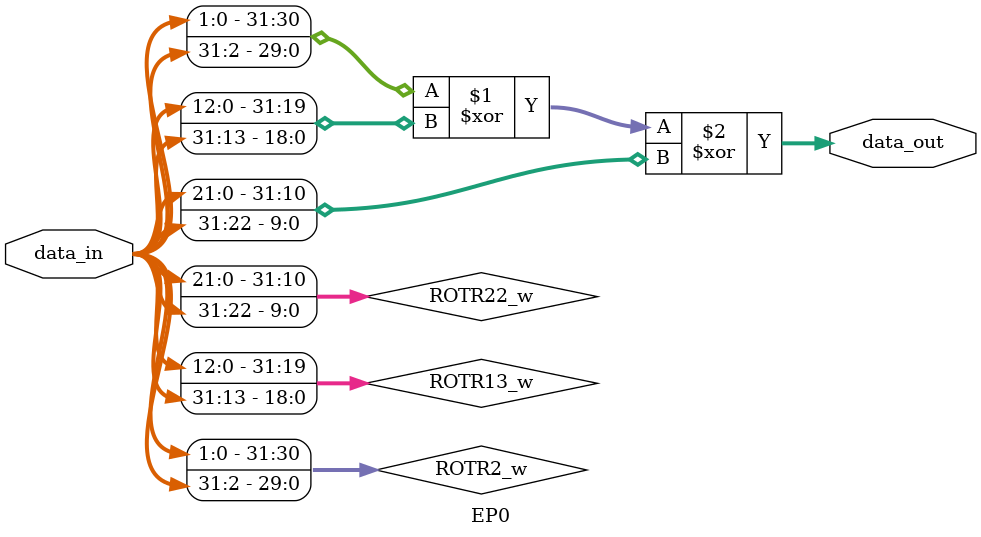
<source format=v>
`timescale 1ns / 1ps


module EP0 #(
    parameter DATA_WIDTH =32
)
(
    input wire [DATA_WIDTH-1:0] data_in,
    output wire [DATA_WIDTH-1:0] data_out
);
wire [DATA_WIDTH-1:0] ROTR2_w, ROTR13_w, ROTR22_w;


assign ROTR2_w=  {data_in[1:0] , data_in[DATA_WIDTH -1:2]};
assign ROTR13_w= {data_in[12:0], data_in[DATA_WIDTH -1:13]};
assign ROTR22_w= {data_in[21:0], data_in[DATA_WIDTH -1:22]};

assign data_out= ROTR2_w ^ ROTR13_w ^ ROTR22_w;

endmodule

</source>
